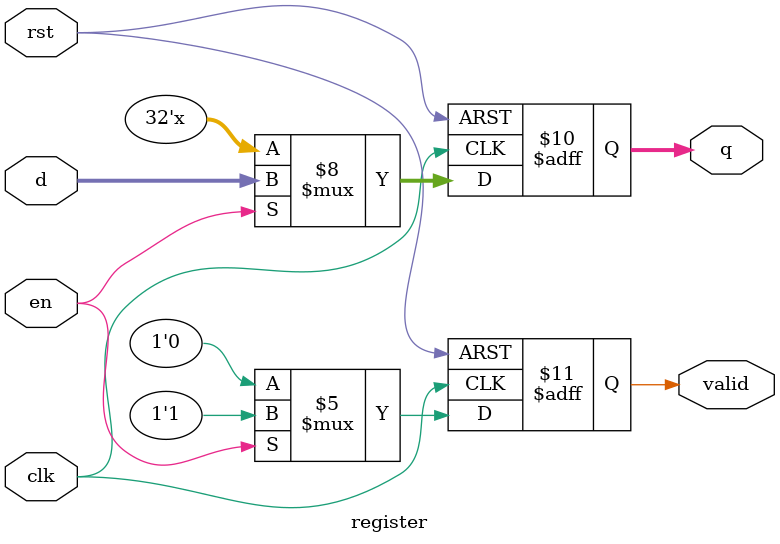
<source format=v>

module register(q, valid, d, en, clk, rst);

  output reg [31:0] q;
  output reg        valid;
  input      [31:0] d;
  input             en, clk, rst;

  always @(posedge clk or negedge rst) begin
      if (~rst) begin
        q <= 32'b0;
        valid <= 1'b0;
      end
      else if (en == 1) begin
        q <= d;
        valid <= 1'b1;
      end
      else begin
        q <= 32'hxxxxxxxx;
        valid <= 1'b0;
      end
  end

endmodule

</source>
